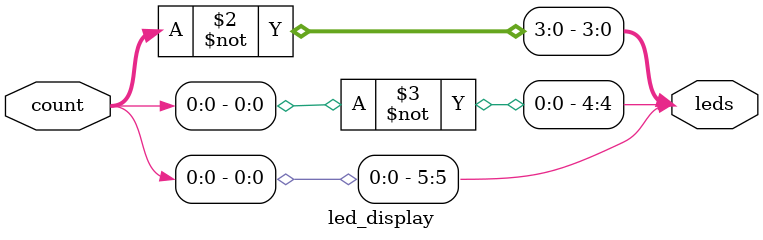
<source format=v>


module led_display (

    input [3:0] count,      // 4-bit counter input (0-15)
    output reg [5:0] leds   // 6 LED outputs

);

    // =============================================
    // LED Display Logic
    // =============================================

    always @(*) begin
        // First 4 LEDs (LSB to MSB): Binary representation of counter
        leds[3:0] = ~count[3:0];

        // LED4: ON when count is ODD (LSB = 1)
        leds[5] = count[0];

        // LED5: ON when count is EVEN (LSB = 0)
        leds[4] = ~count[0];
    end

endmodule
</source>
